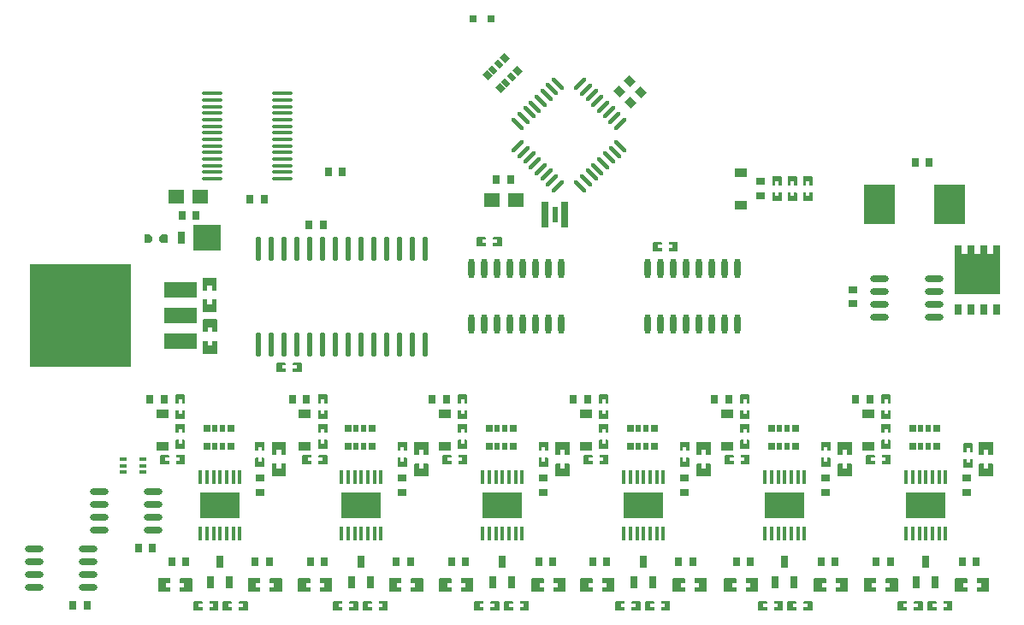
<source format=gtp>
G04 Layer: TopPasteMaskLayer*
G04 EasyEDA v6.5.22, 2023-02-21 10:28:47*
G04 bf72e243e8a245ba8743e2d89751b4a0,10*
G04 Gerber Generator version 0.2*
G04 Scale: 100 percent, Rotated: No, Reflected: No *
G04 Dimensions in inches *
G04 leading zeros omitted , absolute positions ,3 integer and 6 decimal *
%FSLAX36Y36*%
%MOIN*%

%AMMACRO1*1,1,$1,$2,$3*1,1,$1,$4,$5*20,1,$1,$2,$3,$4,$5,0*%
%AMMACRO2*21,1,$1,$2,0,0,$3*%
%ADD10R,0.0315X0.0354*%
%ADD11R,0.0354X0.0315*%
%ADD12R,0.0256X0.0315*%
%ADD13R,0.0197X0.0315*%
%ADD14R,0.0256X0.0984*%
%ADD15R,0.0197X0.0630*%
%ADD16R,0.1299X0.0595*%
%ADD17R,0.3945X0.3985*%
%ADD18O,0.07934999999999999X0.014331*%
%ADD19MACRO1,0.0177X-0.0167X0.0167X0.0167X-0.0167*%
%ADD20MACRO1,0.0177X-0.0167X-0.0167X0.0167X0.0167*%
%ADD21O,0.022597999999999997X0.094016*%
%ADD22O,0.023701X0.077598*%
%ADD23O,0.073425X0.024803000000000002*%
%ADD24R,0.0157X0.0551*%
%ADD25R,0.1575X0.1043*%
%ADD26MACRO2,0.0256X0.0315X-134.9984*%
%ADD27MACRO2,0.0256X0.0315X-135.0016*%
%ADD28MACRO2,0.0197X0.0315X-135.0000*%
%ADD29R,0.0307X0.0138*%
%ADD30R,0.0315X0.0315*%
%ADD31R,0.1051X0.1000*%
%ADD32R,0.0300X0.0500*%
%ADD33R,0.0276X0.0492*%
%ADD34R,0.0480X0.0358*%
%ADD35MACRO2,0.1193X0.1504X0.0000*%
%ADD36R,0.0591X0.0535*%
%ADD37MACRO2,0.0315X0.0354X45.0000*%
%ADD38C,0.0132*%

%LPD*%
G36*
X3668180Y-1025160D02*
G01*
X3668180Y-1214720D01*
X3841800Y-1214720D01*
X3841800Y-1025160D01*
X3818180Y-1025160D01*
X3818180Y-1057240D01*
X3791800Y-1057240D01*
X3791800Y-1025160D01*
X3768180Y-1025160D01*
X3768180Y-1057240D01*
X3741800Y-1057240D01*
X3741800Y-1025160D01*
X3718180Y-1025160D01*
X3718180Y-1057240D01*
X3691800Y-1057240D01*
X3691800Y-1025160D01*
G37*
G36*
X3818180Y-1255480D02*
G01*
X3818180Y-1294840D01*
X3841800Y-1294840D01*
X3841800Y-1255480D01*
G37*
G36*
X3768180Y-1255480D02*
G01*
X3768180Y-1294840D01*
X3791800Y-1294840D01*
X3791800Y-1255480D01*
G37*
G36*
X3718180Y-1255480D02*
G01*
X3718180Y-1294840D01*
X3741800Y-1294840D01*
X3741800Y-1255480D01*
G37*
G36*
X3668180Y-1255480D02*
G01*
X3668180Y-1294840D01*
X3691800Y-1294840D01*
X3691800Y-1255480D01*
G37*
G36*
X3118980Y-2321660D02*
G01*
X3117000Y-2323620D01*
X3117000Y-2374020D01*
X3118980Y-2375980D01*
X3164260Y-2375980D01*
X3166220Y-2374020D01*
X3166019Y-2357480D01*
X3148700Y-2357480D01*
X3148700Y-2339760D01*
X3166420Y-2339760D01*
X3166220Y-2323620D01*
X3164260Y-2321660D01*
G37*
G36*
X3203620Y-2321660D02*
G01*
X3201660Y-2323620D01*
X3201860Y-2339760D01*
X3219180Y-2339760D01*
X3219180Y-2357480D01*
X3201660Y-2357480D01*
X3201660Y-2374020D01*
X3203620Y-2375980D01*
X3248900Y-2375980D01*
X3250860Y-2374020D01*
X3250860Y-2323620D01*
X3248900Y-2321660D01*
G37*
G36*
X2768980Y-2321660D02*
G01*
X2767000Y-2323620D01*
X2767000Y-2374020D01*
X2768980Y-2375980D01*
X2814260Y-2375980D01*
X2816220Y-2374020D01*
X2816019Y-2357480D01*
X2798700Y-2357480D01*
X2798700Y-2339760D01*
X2816420Y-2339760D01*
X2816220Y-2323620D01*
X2814260Y-2321660D01*
G37*
G36*
X2853620Y-2321660D02*
G01*
X2851660Y-2323620D01*
X2851860Y-2339760D01*
X2869180Y-2339760D01*
X2869180Y-2357480D01*
X2851660Y-2357480D01*
X2851660Y-2374020D01*
X2853620Y-2375980D01*
X2898900Y-2375980D01*
X2900860Y-2374020D01*
X2900860Y-2323620D01*
X2898900Y-2321660D01*
G37*
G36*
X3313980Y-2321660D02*
G01*
X3312000Y-2323620D01*
X3312000Y-2374020D01*
X3313980Y-2375980D01*
X3359260Y-2375980D01*
X3361220Y-2374020D01*
X3361019Y-2357480D01*
X3343700Y-2357480D01*
X3343700Y-2339760D01*
X3361420Y-2339760D01*
X3361220Y-2323620D01*
X3359260Y-2321660D01*
G37*
G36*
X3398620Y-2321660D02*
G01*
X3396660Y-2323620D01*
X3396860Y-2339760D01*
X3414180Y-2339760D01*
X3414180Y-2357480D01*
X3396660Y-2357480D01*
X3396660Y-2374020D01*
X3398620Y-2375980D01*
X3443900Y-2375980D01*
X3445860Y-2374020D01*
X3445860Y-2323620D01*
X3443900Y-2321660D01*
G37*
G36*
X3668980Y-2321660D02*
G01*
X3667000Y-2323620D01*
X3667000Y-2374020D01*
X3668980Y-2375980D01*
X3714260Y-2375980D01*
X3716220Y-2374020D01*
X3716019Y-2357480D01*
X3698700Y-2357480D01*
X3698700Y-2339760D01*
X3716420Y-2339760D01*
X3716220Y-2323620D01*
X3714260Y-2321660D01*
G37*
G36*
X3753620Y-2321660D02*
G01*
X3751660Y-2323620D01*
X3751860Y-2339760D01*
X3769180Y-2339760D01*
X3769180Y-2357480D01*
X3751660Y-2357480D01*
X3751660Y-2374020D01*
X3753620Y-2375980D01*
X3798900Y-2375980D01*
X3800860Y-2374020D01*
X3800860Y-2323620D01*
X3798900Y-2321660D01*
G37*
G36*
X2568980Y-2321660D02*
G01*
X2567000Y-2323620D01*
X2567000Y-2374020D01*
X2568980Y-2375980D01*
X2614260Y-2375980D01*
X2616220Y-2374020D01*
X2616019Y-2357480D01*
X2598700Y-2357480D01*
X2598700Y-2339760D01*
X2616420Y-2339760D01*
X2616220Y-2323620D01*
X2614260Y-2321660D01*
G37*
G36*
X2653620Y-2321660D02*
G01*
X2651660Y-2323620D01*
X2651860Y-2339760D01*
X2669180Y-2339760D01*
X2669180Y-2357480D01*
X2651660Y-2357480D01*
X2651660Y-2374020D01*
X2653620Y-2375980D01*
X2698900Y-2375980D01*
X2700860Y-2374020D01*
X2700860Y-2323620D01*
X2698900Y-2321660D01*
G37*
G36*
X2208980Y-2321660D02*
G01*
X2207000Y-2323620D01*
X2207000Y-2374020D01*
X2208980Y-2375980D01*
X2254260Y-2375980D01*
X2256220Y-2374020D01*
X2256020Y-2357480D01*
X2238700Y-2357480D01*
X2238700Y-2339760D01*
X2256420Y-2339760D01*
X2256220Y-2323620D01*
X2254260Y-2321660D01*
G37*
G36*
X2293620Y-2321660D02*
G01*
X2291660Y-2323620D01*
X2291860Y-2339760D01*
X2309180Y-2339760D01*
X2309180Y-2357480D01*
X2291660Y-2357480D01*
X2291660Y-2374020D01*
X2293620Y-2375980D01*
X2338900Y-2375980D01*
X2340860Y-2374020D01*
X2340860Y-2323620D01*
X2338900Y-2321660D01*
G37*
G36*
X2018980Y-2321660D02*
G01*
X2017000Y-2323620D01*
X2017000Y-2374020D01*
X2018980Y-2375980D01*
X2064259Y-2375980D01*
X2066220Y-2374020D01*
X2066020Y-2357480D01*
X2048700Y-2357480D01*
X2048700Y-2339760D01*
X2066420Y-2339760D01*
X2066220Y-2323620D01*
X2064259Y-2321660D01*
G37*
G36*
X2103620Y-2321660D02*
G01*
X2101660Y-2323620D01*
X2101860Y-2339760D01*
X2119180Y-2339760D01*
X2119180Y-2357480D01*
X2101660Y-2357480D01*
X2101660Y-2374020D01*
X2103620Y-2375980D01*
X2148900Y-2375980D01*
X2150860Y-2374020D01*
X2150860Y-2323620D01*
X2148900Y-2321660D01*
G37*
G36*
X1658980Y-2321660D02*
G01*
X1657000Y-2323620D01*
X1657000Y-2374020D01*
X1658980Y-2375980D01*
X1704259Y-2375980D01*
X1706220Y-2374020D01*
X1706020Y-2357480D01*
X1688700Y-2357480D01*
X1688700Y-2339760D01*
X1706420Y-2339760D01*
X1706220Y-2323620D01*
X1704259Y-2321660D01*
G37*
G36*
X1743620Y-2321660D02*
G01*
X1741660Y-2323620D01*
X1741860Y-2339760D01*
X1759180Y-2339760D01*
X1759180Y-2357480D01*
X1741660Y-2357480D01*
X1741660Y-2374020D01*
X1743620Y-2375980D01*
X1788899Y-2375980D01*
X1790860Y-2374020D01*
X1790860Y-2323620D01*
X1788899Y-2321660D01*
G37*
G36*
X1463980Y-2321660D02*
G01*
X1462000Y-2323620D01*
X1462000Y-2374020D01*
X1463980Y-2375980D01*
X1509259Y-2375980D01*
X1511220Y-2374020D01*
X1511020Y-2357480D01*
X1493700Y-2357480D01*
X1493700Y-2339760D01*
X1511420Y-2339760D01*
X1511220Y-2323620D01*
X1509259Y-2321660D01*
G37*
G36*
X1548620Y-2321660D02*
G01*
X1546660Y-2323620D01*
X1546860Y-2339760D01*
X1564180Y-2339760D01*
X1564180Y-2357480D01*
X1546660Y-2357480D01*
X1546660Y-2374020D01*
X1548620Y-2375980D01*
X1593899Y-2375980D01*
X1595860Y-2374020D01*
X1595860Y-2323620D01*
X1593899Y-2321660D01*
G37*
G36*
X1108980Y-2321660D02*
G01*
X1107000Y-2323620D01*
X1107000Y-2374020D01*
X1108980Y-2375980D01*
X1154260Y-2375980D01*
X1156220Y-2374020D01*
X1156020Y-2357480D01*
X1138700Y-2357480D01*
X1138700Y-2339760D01*
X1156420Y-2339760D01*
X1156220Y-2323620D01*
X1154260Y-2321660D01*
G37*
G36*
X1193620Y-2321660D02*
G01*
X1191660Y-2323620D01*
X1191860Y-2339760D01*
X1209180Y-2339760D01*
X1209180Y-2357480D01*
X1191660Y-2357480D01*
X1191660Y-2374020D01*
X1193620Y-2375980D01*
X1238900Y-2375980D01*
X1240860Y-2374020D01*
X1240860Y-2323620D01*
X1238900Y-2321660D01*
G37*
G36*
X563980Y-2321660D02*
G01*
X562000Y-2323620D01*
X562000Y-2374020D01*
X563980Y-2375980D01*
X609260Y-2375980D01*
X611220Y-2374020D01*
X611020Y-2357480D01*
X593700Y-2357480D01*
X593700Y-2339760D01*
X611420Y-2339760D01*
X611220Y-2323620D01*
X609260Y-2321660D01*
G37*
G36*
X648620Y-2321660D02*
G01*
X646660Y-2323620D01*
X646860Y-2339760D01*
X664180Y-2339760D01*
X664180Y-2357480D01*
X646660Y-2357480D01*
X646660Y-2374020D01*
X648620Y-2375980D01*
X693900Y-2375980D01*
X695860Y-2374020D01*
X695860Y-2323620D01*
X693900Y-2321660D01*
G37*
G36*
X913980Y-2321660D02*
G01*
X912000Y-2323620D01*
X912000Y-2374020D01*
X913980Y-2375980D01*
X959260Y-2375980D01*
X961220Y-2374020D01*
X961020Y-2357480D01*
X943700Y-2357480D01*
X943700Y-2339760D01*
X961420Y-2339760D01*
X961220Y-2323620D01*
X959260Y-2321660D01*
G37*
G36*
X998620Y-2321660D02*
G01*
X996660Y-2323620D01*
X996860Y-2339760D01*
X1014180Y-2339760D01*
X1014180Y-2357480D01*
X996660Y-2357480D01*
X996660Y-2374020D01*
X998620Y-2375980D01*
X1043900Y-2375980D01*
X1045860Y-2374020D01*
X1045860Y-2323620D01*
X1043900Y-2321660D01*
G37*
G36*
X3148180Y-1852400D02*
G01*
X3146220Y-1854360D01*
X3146220Y-1885860D01*
X3148180Y-1887840D01*
X3179680Y-1887840D01*
X3181660Y-1885860D01*
X3181660Y-1854360D01*
X3179680Y-1852400D01*
X3170700Y-1852400D01*
X3170700Y-1866960D01*
X3157720Y-1866960D01*
X3157720Y-1852400D01*
G37*
G36*
X3148180Y-1789800D02*
G01*
X3146220Y-1791780D01*
X3146220Y-1822880D01*
X3148180Y-1824840D01*
X3157720Y-1824840D01*
X3157720Y-1809880D01*
X3170700Y-1809880D01*
X3170700Y-1824840D01*
X3179680Y-1824840D01*
X3181660Y-1822880D01*
X3181660Y-1791780D01*
X3179680Y-1789800D01*
G37*
G36*
X3703180Y-1857400D02*
G01*
X3701220Y-1859360D01*
X3701220Y-1890860D01*
X3703180Y-1892840D01*
X3734680Y-1892840D01*
X3736660Y-1890860D01*
X3736660Y-1859360D01*
X3734680Y-1857400D01*
X3725700Y-1857400D01*
X3725700Y-1871960D01*
X3712720Y-1871960D01*
X3712720Y-1857400D01*
G37*
G36*
X3703180Y-1794800D02*
G01*
X3701220Y-1796780D01*
X3701220Y-1827880D01*
X3703180Y-1829840D01*
X3712720Y-1829840D01*
X3712720Y-1814880D01*
X3725700Y-1814880D01*
X3725700Y-1829840D01*
X3734680Y-1829840D01*
X3736660Y-1827880D01*
X3736660Y-1796780D01*
X3734680Y-1794800D01*
G37*
G36*
X3624480Y-2411100D02*
G01*
X3622520Y-2413080D01*
X3622520Y-2422040D01*
X3637080Y-2422040D01*
X3637080Y-2435040D01*
X3622520Y-2435040D01*
X3622520Y-2444560D01*
X3624480Y-2446540D01*
X3655980Y-2446540D01*
X3657960Y-2444560D01*
X3657960Y-2413080D01*
X3655980Y-2411100D01*
G37*
G36*
X3561900Y-2411100D02*
G01*
X3559920Y-2413080D01*
X3559920Y-2444560D01*
X3561900Y-2446540D01*
X3593000Y-2446540D01*
X3594960Y-2444560D01*
X3594960Y-2435040D01*
X3580000Y-2435040D01*
X3580000Y-2422040D01*
X3594960Y-2422040D01*
X3594960Y-2413080D01*
X3593000Y-2411100D01*
G37*
G36*
X3446900Y-2411100D02*
G01*
X3444920Y-2413060D01*
X3444920Y-2444560D01*
X3446900Y-2446540D01*
X3478380Y-2446540D01*
X3480360Y-2444560D01*
X3480360Y-2435600D01*
X3465779Y-2435600D01*
X3465779Y-2422600D01*
X3480360Y-2422600D01*
X3480360Y-2413060D01*
X3478380Y-2411100D01*
G37*
G36*
X3509880Y-2411100D02*
G01*
X3507919Y-2413060D01*
X3507919Y-2422600D01*
X3522880Y-2422600D01*
X3522880Y-2435600D01*
X3507919Y-2435600D01*
X3507919Y-2444560D01*
X3509880Y-2446540D01*
X3540980Y-2446540D01*
X3542960Y-2444560D01*
X3542960Y-2413060D01*
X3540980Y-2411100D01*
G37*
G36*
X3079480Y-2411100D02*
G01*
X3077520Y-2413080D01*
X3077520Y-2422040D01*
X3092080Y-2422040D01*
X3092080Y-2435040D01*
X3077520Y-2435040D01*
X3077520Y-2444560D01*
X3079480Y-2446540D01*
X3110980Y-2446540D01*
X3112960Y-2444560D01*
X3112960Y-2413080D01*
X3110980Y-2411100D01*
G37*
G36*
X3016900Y-2411100D02*
G01*
X3014920Y-2413080D01*
X3014920Y-2444560D01*
X3016900Y-2446540D01*
X3048000Y-2446540D01*
X3049960Y-2444560D01*
X3049960Y-2435040D01*
X3035000Y-2435040D01*
X3035000Y-2422040D01*
X3049960Y-2422040D01*
X3049960Y-2413080D01*
X3048000Y-2411100D01*
G37*
G36*
X2901900Y-2411100D02*
G01*
X2899920Y-2413060D01*
X2899920Y-2444560D01*
X2901900Y-2446540D01*
X2933380Y-2446540D01*
X2935360Y-2444560D01*
X2935360Y-2435600D01*
X2920779Y-2435600D01*
X2920779Y-2422600D01*
X2935360Y-2422600D01*
X2935360Y-2413060D01*
X2933380Y-2411100D01*
G37*
G36*
X2964880Y-2411100D02*
G01*
X2962919Y-2413060D01*
X2962919Y-2422600D01*
X2977880Y-2422600D01*
X2977880Y-2435600D01*
X2962919Y-2435600D01*
X2962919Y-2444560D01*
X2964880Y-2446540D01*
X2995980Y-2446540D01*
X2997960Y-2444560D01*
X2997960Y-2413060D01*
X2995980Y-2411100D01*
G37*
G36*
X2598180Y-1852400D02*
G01*
X2596220Y-1854360D01*
X2596220Y-1885860D01*
X2598180Y-1887840D01*
X2629680Y-1887840D01*
X2631660Y-1885860D01*
X2631660Y-1854360D01*
X2629680Y-1852400D01*
X2620700Y-1852400D01*
X2620700Y-1866960D01*
X2607720Y-1866960D01*
X2607720Y-1852400D01*
G37*
G36*
X2598180Y-1789800D02*
G01*
X2596220Y-1791780D01*
X2596220Y-1822880D01*
X2598180Y-1824840D01*
X2607720Y-1824840D01*
X2607720Y-1809880D01*
X2620700Y-1809880D01*
X2620700Y-1824840D01*
X2629680Y-1824840D01*
X2631660Y-1822880D01*
X2631660Y-1791780D01*
X2629680Y-1789800D01*
G37*
G36*
X2048180Y-1852400D02*
G01*
X2046220Y-1854360D01*
X2046220Y-1885860D01*
X2048180Y-1887840D01*
X2079680Y-1887840D01*
X2081660Y-1885860D01*
X2081660Y-1854360D01*
X2079680Y-1852400D01*
X2070700Y-1852400D01*
X2070700Y-1866960D01*
X2057720Y-1866960D01*
X2057720Y-1852400D01*
G37*
G36*
X2048180Y-1789800D02*
G01*
X2046220Y-1791780D01*
X2046220Y-1822880D01*
X2048180Y-1824840D01*
X2057720Y-1824840D01*
X2057720Y-1809880D01*
X2070700Y-1809880D01*
X2070700Y-1824840D01*
X2079680Y-1824840D01*
X2081660Y-1822880D01*
X2081660Y-1791780D01*
X2079680Y-1789800D01*
G37*
G36*
X1498180Y-1852400D02*
G01*
X1496220Y-1854360D01*
X1496220Y-1885860D01*
X1498180Y-1887840D01*
X1529680Y-1887840D01*
X1531660Y-1885860D01*
X1531660Y-1854360D01*
X1529680Y-1852400D01*
X1520700Y-1852400D01*
X1520700Y-1866960D01*
X1507720Y-1866960D01*
X1507720Y-1852400D01*
G37*
G36*
X1498180Y-1789800D02*
G01*
X1496220Y-1791780D01*
X1496220Y-1822880D01*
X1498180Y-1824840D01*
X1507720Y-1824840D01*
X1507720Y-1809880D01*
X1520700Y-1809880D01*
X1520700Y-1824840D01*
X1529680Y-1824840D01*
X1531660Y-1822880D01*
X1531660Y-1791780D01*
X1529680Y-1789800D01*
G37*
G36*
X943180Y-1852400D02*
G01*
X941220Y-1854360D01*
X941220Y-1885860D01*
X943180Y-1887840D01*
X974680Y-1887840D01*
X976660Y-1885860D01*
X976660Y-1854360D01*
X974680Y-1852400D01*
X965699Y-1852400D01*
X965699Y-1866960D01*
X952720Y-1866960D01*
X952720Y-1852400D01*
G37*
G36*
X943180Y-1789800D02*
G01*
X941220Y-1791780D01*
X941220Y-1822880D01*
X943180Y-1824840D01*
X952720Y-1824840D01*
X952720Y-1809880D01*
X965699Y-1809880D01*
X965699Y-1824840D01*
X974680Y-1824840D01*
X976660Y-1822880D01*
X976660Y-1791780D01*
X974680Y-1789800D01*
G37*
G36*
X1089480Y-1481100D02*
G01*
X1087520Y-1483080D01*
X1087520Y-1492040D01*
X1102080Y-1492040D01*
X1102080Y-1505040D01*
X1087520Y-1505040D01*
X1087520Y-1514560D01*
X1089480Y-1516540D01*
X1120980Y-1516540D01*
X1122960Y-1514560D01*
X1122960Y-1483080D01*
X1120980Y-1481100D01*
G37*
G36*
X1026900Y-1481100D02*
G01*
X1024920Y-1483080D01*
X1024920Y-1514560D01*
X1026900Y-1516540D01*
X1058000Y-1516540D01*
X1059960Y-1514560D01*
X1059960Y-1505040D01*
X1045000Y-1505040D01*
X1045000Y-1492040D01*
X1059960Y-1492040D01*
X1059960Y-1483080D01*
X1058000Y-1481100D01*
G37*
G36*
X2346900Y-2411100D02*
G01*
X2344920Y-2413060D01*
X2344920Y-2444560D01*
X2346900Y-2446540D01*
X2378380Y-2446540D01*
X2380360Y-2444560D01*
X2380360Y-2435600D01*
X2365780Y-2435600D01*
X2365780Y-2422600D01*
X2380360Y-2422600D01*
X2380360Y-2413060D01*
X2378380Y-2411100D01*
G37*
G36*
X2409880Y-2411100D02*
G01*
X2407920Y-2413060D01*
X2407920Y-2422600D01*
X2422880Y-2422600D01*
X2422880Y-2435600D01*
X2407920Y-2435600D01*
X2407920Y-2444560D01*
X2409880Y-2446540D01*
X2440980Y-2446540D01*
X2442960Y-2444560D01*
X2442960Y-2413060D01*
X2440980Y-2411100D01*
G37*
G36*
X2524480Y-2411100D02*
G01*
X2522520Y-2413080D01*
X2522520Y-2422040D01*
X2537080Y-2422040D01*
X2537080Y-2435040D01*
X2522520Y-2435040D01*
X2522520Y-2444560D01*
X2524480Y-2446540D01*
X2555980Y-2446540D01*
X2557960Y-2444560D01*
X2557960Y-2413080D01*
X2555980Y-2411100D01*
G37*
G36*
X2461900Y-2411100D02*
G01*
X2459920Y-2413080D01*
X2459920Y-2444560D01*
X2461900Y-2446540D01*
X2493000Y-2446540D01*
X2494960Y-2444560D01*
X2494960Y-2435040D01*
X2480000Y-2435040D01*
X2480000Y-2422040D01*
X2494960Y-2422040D01*
X2494960Y-2413080D01*
X2493000Y-2411100D01*
G37*
G36*
X1796900Y-2411100D02*
G01*
X1794920Y-2413060D01*
X1794920Y-2444560D01*
X1796900Y-2446540D01*
X1828380Y-2446540D01*
X1830360Y-2444560D01*
X1830360Y-2435600D01*
X1815780Y-2435600D01*
X1815780Y-2422600D01*
X1830360Y-2422600D01*
X1830360Y-2413060D01*
X1828380Y-2411100D01*
G37*
G36*
X1859880Y-2411100D02*
G01*
X1857920Y-2413060D01*
X1857920Y-2422600D01*
X1872880Y-2422600D01*
X1872880Y-2435600D01*
X1857920Y-2435600D01*
X1857920Y-2444560D01*
X1859880Y-2446540D01*
X1890980Y-2446540D01*
X1892960Y-2444560D01*
X1892960Y-2413060D01*
X1890980Y-2411100D01*
G37*
G36*
X1974480Y-2411100D02*
G01*
X1972520Y-2413080D01*
X1972520Y-2422040D01*
X1987080Y-2422040D01*
X1987080Y-2435040D01*
X1972520Y-2435040D01*
X1972520Y-2444560D01*
X1974480Y-2446540D01*
X2005980Y-2446540D01*
X2007960Y-2444560D01*
X2007960Y-2413080D01*
X2005980Y-2411100D01*
G37*
G36*
X1911900Y-2411100D02*
G01*
X1909920Y-2413080D01*
X1909920Y-2444560D01*
X1911900Y-2446540D01*
X1943000Y-2446540D01*
X1944960Y-2444560D01*
X1944960Y-2435040D01*
X1930000Y-2435040D01*
X1930000Y-2422040D01*
X1944960Y-2422040D01*
X1944960Y-2413080D01*
X1943000Y-2411100D01*
G37*
G36*
X1246900Y-2411100D02*
G01*
X1244920Y-2413060D01*
X1244920Y-2444560D01*
X1246900Y-2446540D01*
X1278380Y-2446540D01*
X1280360Y-2444560D01*
X1280360Y-2435600D01*
X1265780Y-2435600D01*
X1265780Y-2422600D01*
X1280360Y-2422600D01*
X1280360Y-2413060D01*
X1278380Y-2411100D01*
G37*
G36*
X1309880Y-2411100D02*
G01*
X1307920Y-2413060D01*
X1307920Y-2422600D01*
X1322880Y-2422600D01*
X1322880Y-2435600D01*
X1307920Y-2435600D01*
X1307920Y-2444560D01*
X1309880Y-2446540D01*
X1340980Y-2446540D01*
X1342960Y-2444560D01*
X1342960Y-2413060D01*
X1340980Y-2411100D01*
G37*
G36*
X1424480Y-2411100D02*
G01*
X1422520Y-2413080D01*
X1422520Y-2422040D01*
X1437080Y-2422040D01*
X1437080Y-2435040D01*
X1422520Y-2435040D01*
X1422520Y-2444560D01*
X1424480Y-2446540D01*
X1455980Y-2446540D01*
X1457960Y-2444560D01*
X1457960Y-2413080D01*
X1455980Y-2411100D01*
G37*
G36*
X1361900Y-2411100D02*
G01*
X1359920Y-2413080D01*
X1359920Y-2444560D01*
X1361900Y-2446540D01*
X1393000Y-2446540D01*
X1394960Y-2444560D01*
X1394960Y-2435040D01*
X1380000Y-2435040D01*
X1380000Y-2422040D01*
X1394960Y-2422040D01*
X1394960Y-2413080D01*
X1393000Y-2411100D01*
G37*
G36*
X701880Y-2411100D02*
G01*
X699920Y-2413060D01*
X699920Y-2444560D01*
X701880Y-2446540D01*
X733379Y-2446540D01*
X735360Y-2444560D01*
X735360Y-2435600D01*
X720780Y-2435600D01*
X720780Y-2422600D01*
X735360Y-2422600D01*
X735360Y-2413060D01*
X733379Y-2411100D01*
G37*
G36*
X764880Y-2411100D02*
G01*
X762920Y-2413060D01*
X762920Y-2422600D01*
X777880Y-2422600D01*
X777880Y-2435600D01*
X762920Y-2435600D01*
X762920Y-2444560D01*
X764880Y-2446540D01*
X795980Y-2446540D01*
X797960Y-2444560D01*
X797960Y-2413060D01*
X795980Y-2411100D01*
G37*
G36*
X879479Y-2411100D02*
G01*
X877520Y-2413080D01*
X877520Y-2422040D01*
X892080Y-2422040D01*
X892080Y-2435040D01*
X877520Y-2435040D01*
X877520Y-2444560D01*
X879479Y-2446540D01*
X910980Y-2446540D01*
X912960Y-2444560D01*
X912960Y-2413080D01*
X910980Y-2411100D01*
G37*
G36*
X816900Y-2411100D02*
G01*
X814920Y-2413080D01*
X814920Y-2444560D01*
X816900Y-2446540D01*
X848000Y-2446540D01*
X849960Y-2444560D01*
X849960Y-2435040D01*
X835000Y-2435040D01*
X835000Y-2422040D01*
X849960Y-2422040D01*
X849960Y-2413080D01*
X848000Y-2411100D01*
G37*
G36*
X2554480Y-1011100D02*
G01*
X2552520Y-1013080D01*
X2552520Y-1022039D01*
X2567080Y-1022039D01*
X2567080Y-1035040D01*
X2552520Y-1035040D01*
X2552520Y-1044560D01*
X2554480Y-1046540D01*
X2585980Y-1046540D01*
X2587960Y-1044560D01*
X2587960Y-1013080D01*
X2585980Y-1011100D01*
G37*
G36*
X2491900Y-1011100D02*
G01*
X2489920Y-1013080D01*
X2489920Y-1044560D01*
X2491900Y-1046540D01*
X2523000Y-1046540D01*
X2524960Y-1044560D01*
X2524960Y-1035040D01*
X2510000Y-1035040D01*
X2510000Y-1022039D01*
X2524960Y-1022039D01*
X2524960Y-1013080D01*
X2523000Y-1011100D01*
G37*
G36*
X1869480Y-991100D02*
G01*
X1867520Y-993080D01*
X1867520Y-1002039D01*
X1882080Y-1002039D01*
X1882080Y-1015040D01*
X1867520Y-1015040D01*
X1867520Y-1024560D01*
X1869480Y-1026540D01*
X1900980Y-1026540D01*
X1902960Y-1024560D01*
X1902960Y-993080D01*
X1900980Y-991100D01*
G37*
G36*
X1806900Y-991100D02*
G01*
X1804920Y-993080D01*
X1804920Y-1024560D01*
X1806900Y-1026540D01*
X1838000Y-1026540D01*
X1839960Y-1024560D01*
X1839960Y-1015040D01*
X1825000Y-1015040D01*
X1825000Y-1002039D01*
X1839960Y-1002039D01*
X1839960Y-993080D01*
X1838000Y-991100D01*
G37*
G36*
X2221900Y-1841100D02*
G01*
X2219920Y-1843060D01*
X2219920Y-1874560D01*
X2221900Y-1876540D01*
X2253380Y-1876540D01*
X2255360Y-1874560D01*
X2255360Y-1865600D01*
X2240780Y-1865600D01*
X2240780Y-1852600D01*
X2255360Y-1852600D01*
X2255360Y-1843060D01*
X2253380Y-1841100D01*
G37*
G36*
X2284880Y-1841100D02*
G01*
X2282920Y-1843060D01*
X2282920Y-1852600D01*
X2297880Y-1852600D01*
X2297880Y-1865600D01*
X2282920Y-1865600D01*
X2282920Y-1874560D01*
X2284880Y-1876540D01*
X2315980Y-1876540D01*
X2317960Y-1874560D01*
X2317960Y-1843060D01*
X2315980Y-1841100D01*
G37*
G36*
X2283180Y-1782400D02*
G01*
X2281220Y-1784360D01*
X2281220Y-1815860D01*
X2283180Y-1817840D01*
X2314680Y-1817840D01*
X2316660Y-1815860D01*
X2316660Y-1784360D01*
X2314680Y-1782400D01*
X2305700Y-1782400D01*
X2305700Y-1796960D01*
X2292720Y-1796960D01*
X2292720Y-1782400D01*
G37*
G36*
X2283180Y-1719800D02*
G01*
X2281220Y-1721780D01*
X2281220Y-1752880D01*
X2283180Y-1754840D01*
X2292720Y-1754840D01*
X2292720Y-1739880D01*
X2305700Y-1739880D01*
X2305700Y-1754840D01*
X2314680Y-1754840D01*
X2316660Y-1752880D01*
X2316660Y-1721780D01*
X2314680Y-1719800D01*
G37*
G36*
X2283180Y-1667400D02*
G01*
X2281220Y-1669360D01*
X2281220Y-1700860D01*
X2283180Y-1702840D01*
X2314680Y-1702840D01*
X2316660Y-1700860D01*
X2316660Y-1669360D01*
X2314680Y-1667400D01*
X2305700Y-1667400D01*
X2305700Y-1681960D01*
X2292720Y-1681960D01*
X2292720Y-1667400D01*
G37*
G36*
X2283180Y-1604800D02*
G01*
X2281220Y-1606780D01*
X2281220Y-1637880D01*
X2283180Y-1639840D01*
X2292720Y-1639840D01*
X2292720Y-1624880D01*
X2305700Y-1624880D01*
X2305700Y-1639840D01*
X2314680Y-1639840D01*
X2316660Y-1637880D01*
X2316660Y-1606780D01*
X2314680Y-1604800D01*
G37*
G36*
X1671900Y-1841100D02*
G01*
X1669920Y-1843060D01*
X1669920Y-1874560D01*
X1671900Y-1876540D01*
X1703380Y-1876540D01*
X1705360Y-1874560D01*
X1705360Y-1865600D01*
X1690780Y-1865600D01*
X1690780Y-1852600D01*
X1705360Y-1852600D01*
X1705360Y-1843060D01*
X1703380Y-1841100D01*
G37*
G36*
X1734880Y-1841100D02*
G01*
X1732920Y-1843060D01*
X1732920Y-1852600D01*
X1747880Y-1852600D01*
X1747880Y-1865600D01*
X1732920Y-1865600D01*
X1732920Y-1874560D01*
X1734880Y-1876540D01*
X1765980Y-1876540D01*
X1767960Y-1874560D01*
X1767960Y-1843060D01*
X1765980Y-1841100D01*
G37*
G36*
X1733180Y-1782400D02*
G01*
X1731220Y-1784360D01*
X1731220Y-1815860D01*
X1733180Y-1817840D01*
X1764680Y-1817840D01*
X1766660Y-1815860D01*
X1766660Y-1784360D01*
X1764680Y-1782400D01*
X1755700Y-1782400D01*
X1755700Y-1796960D01*
X1742720Y-1796960D01*
X1742720Y-1782400D01*
G37*
G36*
X1733180Y-1719800D02*
G01*
X1731220Y-1721780D01*
X1731220Y-1752880D01*
X1733180Y-1754840D01*
X1742720Y-1754840D01*
X1742720Y-1739880D01*
X1755700Y-1739880D01*
X1755700Y-1754840D01*
X1764680Y-1754840D01*
X1766660Y-1752880D01*
X1766660Y-1721780D01*
X1764680Y-1719800D01*
G37*
G36*
X1733180Y-1667400D02*
G01*
X1731220Y-1669360D01*
X1731220Y-1700860D01*
X1733180Y-1702840D01*
X1764680Y-1702840D01*
X1766660Y-1700860D01*
X1766660Y-1669360D01*
X1764680Y-1667400D01*
X1755700Y-1667400D01*
X1755700Y-1681960D01*
X1742720Y-1681960D01*
X1742720Y-1667400D01*
G37*
G36*
X1733180Y-1604800D02*
G01*
X1731220Y-1606780D01*
X1731220Y-1637880D01*
X1733180Y-1639840D01*
X1742720Y-1639840D01*
X1742720Y-1624880D01*
X1755700Y-1624880D01*
X1755700Y-1639840D01*
X1764680Y-1639840D01*
X1766660Y-1637880D01*
X1766660Y-1606780D01*
X1764680Y-1604800D01*
G37*
G36*
X1126900Y-1841100D02*
G01*
X1124920Y-1843060D01*
X1124920Y-1874560D01*
X1126900Y-1876540D01*
X1158380Y-1876540D01*
X1160360Y-1874560D01*
X1160360Y-1865600D01*
X1145780Y-1865600D01*
X1145780Y-1852600D01*
X1160360Y-1852600D01*
X1160360Y-1843060D01*
X1158380Y-1841100D01*
G37*
G36*
X1189880Y-1841100D02*
G01*
X1187920Y-1843060D01*
X1187920Y-1852600D01*
X1202880Y-1852600D01*
X1202880Y-1865600D01*
X1187920Y-1865600D01*
X1187920Y-1874560D01*
X1189880Y-1876540D01*
X1220980Y-1876540D01*
X1222960Y-1874560D01*
X1222960Y-1843060D01*
X1220980Y-1841100D01*
G37*
G36*
X1188180Y-1782400D02*
G01*
X1186220Y-1784360D01*
X1186220Y-1815860D01*
X1188180Y-1817840D01*
X1219680Y-1817840D01*
X1221660Y-1815860D01*
X1221660Y-1784360D01*
X1219680Y-1782400D01*
X1210700Y-1782400D01*
X1210700Y-1796960D01*
X1197720Y-1796960D01*
X1197720Y-1782400D01*
G37*
G36*
X1188180Y-1719800D02*
G01*
X1186220Y-1721780D01*
X1186220Y-1752880D01*
X1188180Y-1754840D01*
X1197720Y-1754840D01*
X1197720Y-1739880D01*
X1210700Y-1739880D01*
X1210700Y-1754840D01*
X1219680Y-1754840D01*
X1221660Y-1752880D01*
X1221660Y-1721780D01*
X1219680Y-1719800D01*
G37*
G36*
X1188180Y-1667400D02*
G01*
X1186220Y-1669360D01*
X1186220Y-1700860D01*
X1188180Y-1702840D01*
X1219680Y-1702840D01*
X1221660Y-1700860D01*
X1221660Y-1669360D01*
X1219680Y-1667400D01*
X1210700Y-1667400D01*
X1210700Y-1681960D01*
X1197720Y-1681960D01*
X1197720Y-1667400D01*
G37*
G36*
X1188180Y-1604800D02*
G01*
X1186220Y-1606780D01*
X1186220Y-1637880D01*
X1188180Y-1639840D01*
X1197720Y-1639840D01*
X1197720Y-1624880D01*
X1210700Y-1624880D01*
X1210700Y-1639840D01*
X1219680Y-1639840D01*
X1221660Y-1637880D01*
X1221660Y-1606780D01*
X1219680Y-1604800D01*
G37*
G36*
X3321900Y-1841100D02*
G01*
X3319920Y-1843060D01*
X3319920Y-1874560D01*
X3321900Y-1876540D01*
X3353380Y-1876540D01*
X3355360Y-1874560D01*
X3355360Y-1865600D01*
X3340779Y-1865600D01*
X3340779Y-1852600D01*
X3355360Y-1852600D01*
X3355360Y-1843060D01*
X3353380Y-1841100D01*
G37*
G36*
X3384880Y-1841100D02*
G01*
X3382919Y-1843060D01*
X3382919Y-1852600D01*
X3397880Y-1852600D01*
X3397880Y-1865600D01*
X3382919Y-1865600D01*
X3382919Y-1874560D01*
X3384880Y-1876540D01*
X3415980Y-1876540D01*
X3417960Y-1874560D01*
X3417960Y-1843060D01*
X3415980Y-1841100D01*
G37*
G36*
X3383180Y-1782400D02*
G01*
X3381220Y-1784360D01*
X3381220Y-1815860D01*
X3383180Y-1817840D01*
X3414680Y-1817840D01*
X3416660Y-1815860D01*
X3416660Y-1784360D01*
X3414680Y-1782400D01*
X3405700Y-1782400D01*
X3405700Y-1796960D01*
X3392720Y-1796960D01*
X3392720Y-1782400D01*
G37*
G36*
X3383180Y-1719800D02*
G01*
X3381220Y-1721780D01*
X3381220Y-1752880D01*
X3383180Y-1754840D01*
X3392720Y-1754840D01*
X3392720Y-1739880D01*
X3405700Y-1739880D01*
X3405700Y-1754840D01*
X3414680Y-1754840D01*
X3416660Y-1752880D01*
X3416660Y-1721780D01*
X3414680Y-1719800D01*
G37*
G36*
X3383180Y-1667400D02*
G01*
X3381220Y-1669360D01*
X3381220Y-1700860D01*
X3383180Y-1702840D01*
X3414680Y-1702840D01*
X3416660Y-1700860D01*
X3416660Y-1669360D01*
X3414680Y-1667400D01*
X3405700Y-1667400D01*
X3405700Y-1681960D01*
X3392720Y-1681960D01*
X3392720Y-1667400D01*
G37*
G36*
X3383180Y-1604800D02*
G01*
X3381220Y-1606780D01*
X3381220Y-1637880D01*
X3383180Y-1639840D01*
X3392720Y-1639840D01*
X3392720Y-1624880D01*
X3405700Y-1624880D01*
X3405700Y-1639840D01*
X3414680Y-1639840D01*
X3416660Y-1637880D01*
X3416660Y-1606780D01*
X3414680Y-1604800D01*
G37*
G36*
X2833180Y-1667400D02*
G01*
X2831220Y-1669360D01*
X2831220Y-1700860D01*
X2833180Y-1702840D01*
X2864680Y-1702840D01*
X2866660Y-1700860D01*
X2866660Y-1669360D01*
X2864680Y-1667400D01*
X2855700Y-1667400D01*
X2855700Y-1681960D01*
X2842720Y-1681960D01*
X2842720Y-1667400D01*
G37*
G36*
X2833180Y-1604800D02*
G01*
X2831220Y-1606780D01*
X2831220Y-1637880D01*
X2833180Y-1639840D01*
X2842720Y-1639840D01*
X2842720Y-1624880D01*
X2855700Y-1624880D01*
X2855700Y-1639840D01*
X2864680Y-1639840D01*
X2866660Y-1637880D01*
X2866660Y-1606780D01*
X2864680Y-1604800D01*
G37*
G36*
X2833180Y-1782400D02*
G01*
X2831220Y-1784360D01*
X2831220Y-1815860D01*
X2833180Y-1817840D01*
X2864680Y-1817840D01*
X2866660Y-1815860D01*
X2866660Y-1784360D01*
X2864680Y-1782400D01*
X2855700Y-1782400D01*
X2855700Y-1796960D01*
X2842720Y-1796960D01*
X2842720Y-1782400D01*
G37*
G36*
X2833180Y-1719800D02*
G01*
X2831220Y-1721780D01*
X2831220Y-1752880D01*
X2833180Y-1754840D01*
X2842720Y-1754840D01*
X2842720Y-1739880D01*
X2855700Y-1739880D01*
X2855700Y-1754840D01*
X2864680Y-1754840D01*
X2866660Y-1752880D01*
X2866660Y-1721780D01*
X2864680Y-1719800D01*
G37*
G36*
X2771900Y-1841100D02*
G01*
X2769920Y-1843060D01*
X2769920Y-1874560D01*
X2771900Y-1876540D01*
X2803380Y-1876540D01*
X2805360Y-1874560D01*
X2805360Y-1865600D01*
X2790779Y-1865600D01*
X2790779Y-1852600D01*
X2805360Y-1852600D01*
X2805360Y-1843060D01*
X2803380Y-1841100D01*
G37*
G36*
X2834880Y-1841100D02*
G01*
X2832919Y-1843060D01*
X2832919Y-1852600D01*
X2847880Y-1852600D01*
X2847880Y-1865600D01*
X2832919Y-1865600D01*
X2832919Y-1874560D01*
X2834880Y-1876540D01*
X2865980Y-1876540D01*
X2867960Y-1874560D01*
X2867960Y-1843060D01*
X2865980Y-1841100D01*
G37*
G36*
X2958180Y-817400D02*
G01*
X2956220Y-819360D01*
X2956220Y-850860D01*
X2958180Y-852840D01*
X2989680Y-852840D01*
X2991660Y-850860D01*
X2991660Y-819360D01*
X2989680Y-817400D01*
X2980700Y-817400D01*
X2980700Y-831960D01*
X2967720Y-831960D01*
X2967720Y-817400D01*
G37*
G36*
X2958180Y-754800D02*
G01*
X2956220Y-756780D01*
X2956220Y-787880D01*
X2958180Y-789840D01*
X2967720Y-789840D01*
X2967720Y-774880D01*
X2980700Y-774880D01*
X2980700Y-789840D01*
X2989680Y-789840D01*
X2991660Y-787880D01*
X2991660Y-756780D01*
X2989680Y-754800D01*
G37*
G36*
X3018200Y-754800D02*
G01*
X3016220Y-756780D01*
X3016220Y-788259D01*
X3018200Y-790240D01*
X3027160Y-790240D01*
X3027160Y-775660D01*
X3040160Y-775660D01*
X3040160Y-790240D01*
X3049680Y-790240D01*
X3051660Y-788259D01*
X3051660Y-756780D01*
X3049680Y-754800D01*
G37*
G36*
X3018200Y-817800D02*
G01*
X3016220Y-819760D01*
X3016220Y-850860D01*
X3018200Y-852840D01*
X3049680Y-852840D01*
X3051660Y-850860D01*
X3051660Y-819760D01*
X3049680Y-817800D01*
X3040160Y-817800D01*
X3040160Y-832760D01*
X3027160Y-832760D01*
X3027160Y-817800D01*
G37*
G36*
X3078180Y-817400D02*
G01*
X3076220Y-819360D01*
X3076220Y-850860D01*
X3078180Y-852840D01*
X3109680Y-852840D01*
X3111660Y-850860D01*
X3111660Y-819360D01*
X3109680Y-817400D01*
X3100700Y-817400D01*
X3100700Y-831960D01*
X3087720Y-831960D01*
X3087720Y-817400D01*
G37*
G36*
X3078180Y-754800D02*
G01*
X3076220Y-756780D01*
X3076220Y-787880D01*
X3078180Y-789840D01*
X3087720Y-789840D01*
X3087720Y-774880D01*
X3100700Y-774880D01*
X3100700Y-789840D01*
X3109680Y-789840D01*
X3111660Y-787880D01*
X3111660Y-756780D01*
X3109680Y-754800D01*
G37*
G36*
X571880Y-1841100D02*
G01*
X569920Y-1843060D01*
X569920Y-1874560D01*
X571880Y-1876540D01*
X603380Y-1876540D01*
X605360Y-1874560D01*
X605360Y-1865600D01*
X590780Y-1865600D01*
X590780Y-1852600D01*
X605360Y-1852600D01*
X605360Y-1843060D01*
X603380Y-1841100D01*
G37*
G36*
X634880Y-1841100D02*
G01*
X632920Y-1843060D01*
X632920Y-1852600D01*
X647880Y-1852600D01*
X647880Y-1865600D01*
X632920Y-1865600D01*
X632920Y-1874560D01*
X634880Y-1876540D01*
X665980Y-1876540D01*
X667960Y-1874560D01*
X667960Y-1843060D01*
X665980Y-1841100D01*
G37*
G36*
X633180Y-1782400D02*
G01*
X631220Y-1784360D01*
X631220Y-1815860D01*
X633180Y-1817840D01*
X664680Y-1817840D01*
X666660Y-1815860D01*
X666660Y-1784360D01*
X664680Y-1782400D01*
X655699Y-1782400D01*
X655699Y-1796960D01*
X642720Y-1796960D01*
X642720Y-1782400D01*
G37*
G36*
X633180Y-1719800D02*
G01*
X631220Y-1721780D01*
X631220Y-1752880D01*
X633180Y-1754840D01*
X642720Y-1754840D01*
X642720Y-1739880D01*
X655699Y-1739880D01*
X655699Y-1754840D01*
X664680Y-1754840D01*
X666660Y-1752880D01*
X666660Y-1721780D01*
X664680Y-1719800D01*
G37*
G36*
X633180Y-1667400D02*
G01*
X631220Y-1669360D01*
X631220Y-1700860D01*
X633180Y-1702840D01*
X664680Y-1702840D01*
X666660Y-1700860D01*
X666660Y-1669360D01*
X664680Y-1667400D01*
X655699Y-1667400D01*
X655699Y-1681960D01*
X642720Y-1681960D01*
X642720Y-1667400D01*
G37*
G36*
X633180Y-1604800D02*
G01*
X631220Y-1606780D01*
X631220Y-1637880D01*
X633180Y-1639840D01*
X642720Y-1639840D01*
X642720Y-1624880D01*
X655699Y-1624880D01*
X655699Y-1639840D01*
X664680Y-1639840D01*
X666660Y-1637880D01*
X666660Y-1606780D01*
X664680Y-1604800D01*
G37*
G36*
X577140Y-981820D02*
G01*
X566340Y-993379D01*
X566340Y-1004260D01*
X577140Y-1015819D01*
X596940Y-1015819D01*
X599460Y-1013300D01*
X599460Y-984320D01*
X596940Y-981820D01*
G37*
G36*
X510920Y-981820D02*
G01*
X508400Y-984320D01*
X508400Y-1013300D01*
X510920Y-1015819D01*
X530740Y-1015819D01*
X541540Y-1004260D01*
X541540Y-993379D01*
X530740Y-981820D01*
G37*
G36*
X754100Y-1235360D02*
G01*
X737960Y-1235560D01*
X735980Y-1237520D01*
X735980Y-1282800D01*
X737960Y-1284760D01*
X788340Y-1284760D01*
X790320Y-1282800D01*
X790320Y-1237520D01*
X788340Y-1235560D01*
X771820Y-1235740D01*
X771820Y-1253060D01*
X754100Y-1253060D01*
G37*
G36*
X737960Y-1150900D02*
G01*
X735980Y-1152880D01*
X735980Y-1198140D01*
X737960Y-1200120D01*
X754100Y-1199920D01*
X754100Y-1182600D01*
X771820Y-1182600D01*
X771820Y-1200120D01*
X788340Y-1200120D01*
X790320Y-1198140D01*
X790320Y-1152880D01*
X788340Y-1150900D01*
G37*
G36*
X739520Y-1312880D02*
G01*
X737560Y-1314840D01*
X737560Y-1360120D01*
X739520Y-1362080D01*
X756060Y-1361879D01*
X756060Y-1344560D01*
X773780Y-1344560D01*
X773780Y-1362280D01*
X789920Y-1362080D01*
X791900Y-1360120D01*
X791900Y-1314840D01*
X789920Y-1312880D01*
G37*
G36*
X739520Y-1397520D02*
G01*
X737560Y-1399480D01*
X737560Y-1444760D01*
X739520Y-1446740D01*
X789920Y-1446740D01*
X791900Y-1444760D01*
X791900Y-1399480D01*
X789920Y-1397520D01*
X773780Y-1397720D01*
X773780Y-1415040D01*
X756060Y-1415040D01*
X756060Y-1397520D01*
G37*
G36*
X3229100Y-1875360D02*
G01*
X3212960Y-1875560D01*
X3210980Y-1877520D01*
X3210980Y-1922800D01*
X3212960Y-1924760D01*
X3263340Y-1924760D01*
X3265320Y-1922800D01*
X3265320Y-1877520D01*
X3263340Y-1875560D01*
X3246820Y-1875740D01*
X3246820Y-1893060D01*
X3229100Y-1893060D01*
G37*
G36*
X3212960Y-1790900D02*
G01*
X3210980Y-1792880D01*
X3210980Y-1838140D01*
X3212960Y-1840120D01*
X3229100Y-1839920D01*
X3229100Y-1822600D01*
X3246820Y-1822600D01*
X3246820Y-1840120D01*
X3263340Y-1840120D01*
X3265320Y-1838140D01*
X3265320Y-1792880D01*
X3263340Y-1790900D01*
G37*
G36*
X3779100Y-1875360D02*
G01*
X3762960Y-1875560D01*
X3760980Y-1877520D01*
X3760980Y-1922800D01*
X3762960Y-1924760D01*
X3813340Y-1924760D01*
X3815320Y-1922800D01*
X3815320Y-1877520D01*
X3813340Y-1875560D01*
X3796820Y-1875740D01*
X3796820Y-1893060D01*
X3779100Y-1893060D01*
G37*
G36*
X3762960Y-1790900D02*
G01*
X3760980Y-1792880D01*
X3760980Y-1838140D01*
X3762960Y-1840120D01*
X3779100Y-1839920D01*
X3779100Y-1822600D01*
X3796820Y-1822600D01*
X3796820Y-1840120D01*
X3813340Y-1840120D01*
X3815320Y-1838140D01*
X3815320Y-1792880D01*
X3813340Y-1790900D01*
G37*
G36*
X2679100Y-1875360D02*
G01*
X2662960Y-1875560D01*
X2660980Y-1877520D01*
X2660980Y-1922800D01*
X2662960Y-1924760D01*
X2713340Y-1924760D01*
X2715320Y-1922800D01*
X2715320Y-1877520D01*
X2713340Y-1875560D01*
X2696820Y-1875740D01*
X2696820Y-1893060D01*
X2679100Y-1893060D01*
G37*
G36*
X2662960Y-1790900D02*
G01*
X2660980Y-1792880D01*
X2660980Y-1838140D01*
X2662960Y-1840120D01*
X2679100Y-1839920D01*
X2679100Y-1822600D01*
X2696820Y-1822600D01*
X2696820Y-1840120D01*
X2713340Y-1840120D01*
X2715320Y-1838140D01*
X2715320Y-1792880D01*
X2713340Y-1790900D01*
G37*
G36*
X2129100Y-1875360D02*
G01*
X2112960Y-1875560D01*
X2110980Y-1877520D01*
X2110980Y-1922800D01*
X2112960Y-1924760D01*
X2163340Y-1924760D01*
X2165320Y-1922800D01*
X2165320Y-1877520D01*
X2163340Y-1875560D01*
X2146820Y-1875740D01*
X2146820Y-1893060D01*
X2129100Y-1893060D01*
G37*
G36*
X2112960Y-1790900D02*
G01*
X2110980Y-1792880D01*
X2110980Y-1838140D01*
X2112960Y-1840120D01*
X2129100Y-1839920D01*
X2129100Y-1822600D01*
X2146820Y-1822600D01*
X2146820Y-1840120D01*
X2163340Y-1840120D01*
X2165320Y-1838140D01*
X2165320Y-1792880D01*
X2163340Y-1790900D01*
G37*
G36*
X1579100Y-1875360D02*
G01*
X1562960Y-1875560D01*
X1560980Y-1877520D01*
X1560980Y-1922800D01*
X1562960Y-1924760D01*
X1613340Y-1924760D01*
X1615320Y-1922800D01*
X1615320Y-1877520D01*
X1613340Y-1875560D01*
X1596819Y-1875740D01*
X1596819Y-1893060D01*
X1579100Y-1893060D01*
G37*
G36*
X1562960Y-1790900D02*
G01*
X1560980Y-1792880D01*
X1560980Y-1838140D01*
X1562960Y-1840120D01*
X1579100Y-1839920D01*
X1579100Y-1822600D01*
X1596819Y-1822600D01*
X1596819Y-1840120D01*
X1613340Y-1840120D01*
X1615320Y-1838140D01*
X1615320Y-1792880D01*
X1613340Y-1790900D01*
G37*
G36*
X1024100Y-1875360D02*
G01*
X1007960Y-1875560D01*
X1005980Y-1877520D01*
X1005980Y-1922800D01*
X1007960Y-1924760D01*
X1058340Y-1924760D01*
X1060320Y-1922800D01*
X1060320Y-1877520D01*
X1058340Y-1875560D01*
X1041820Y-1875740D01*
X1041820Y-1893060D01*
X1024100Y-1893060D01*
G37*
G36*
X1007960Y-1790900D02*
G01*
X1005980Y-1792880D01*
X1005980Y-1838140D01*
X1007960Y-1840120D01*
X1024100Y-1839920D01*
X1024100Y-1822600D01*
X1041820Y-1822600D01*
X1041820Y-1840120D01*
X1058340Y-1840120D01*
X1060320Y-1838140D01*
X1060320Y-1792880D01*
X1058340Y-1790900D01*
G37*
D10*
G01*
X3512430Y-700000D03*
G01*
X3567550Y-700000D03*
D11*
G01*
X3713940Y-1931260D03*
G01*
X3713940Y-1986379D03*
G01*
X3163940Y-1931260D03*
G01*
X3163940Y-1986379D03*
D12*
G01*
X2401700Y-1809250D03*
G01*
X2401700Y-1738389D03*
D13*
G01*
X2433190Y-1809250D03*
G01*
X2433190Y-1738389D03*
G01*
X2464690Y-1809250D03*
G01*
X2464690Y-1738389D03*
D12*
G01*
X2496180Y-1809250D03*
G01*
X2496180Y-1738389D03*
G01*
X1851700Y-1809250D03*
G01*
X1851700Y-1738389D03*
D13*
G01*
X1883190Y-1809250D03*
G01*
X1883190Y-1738389D03*
G01*
X1914690Y-1809250D03*
G01*
X1914690Y-1738389D03*
D12*
G01*
X1946180Y-1809250D03*
G01*
X1946180Y-1738389D03*
G01*
X1301700Y-1809250D03*
G01*
X1301700Y-1738389D03*
D13*
G01*
X1333190Y-1809250D03*
G01*
X1333190Y-1738389D03*
G01*
X1364690Y-1809250D03*
G01*
X1364690Y-1738389D03*
D12*
G01*
X1396180Y-1809250D03*
G01*
X1396180Y-1738389D03*
G01*
X751700Y-1809250D03*
G01*
X751700Y-1738389D03*
D13*
G01*
X783190Y-1809250D03*
G01*
X783190Y-1738389D03*
G01*
X814690Y-1809250D03*
G01*
X814690Y-1738389D03*
D12*
G01*
X846180Y-1809250D03*
G01*
X846180Y-1738389D03*
G01*
X2951700Y-1809250D03*
G01*
X2951700Y-1738389D03*
D13*
G01*
X2983190Y-1809250D03*
G01*
X2983190Y-1738389D03*
G01*
X3014690Y-1809250D03*
G01*
X3014690Y-1738389D03*
D12*
G01*
X3046180Y-1809250D03*
G01*
X3046180Y-1738389D03*
D14*
G01*
X2071540Y-903820D03*
D15*
G01*
X2108940Y-903820D03*
D14*
G01*
X2146340Y-903820D03*
D16*
G01*
X648890Y-1298820D03*
G01*
X648890Y-1398820D03*
G01*
X648890Y-1198820D03*
D17*
G01*
X258980Y-1298820D03*
D18*
G01*
X1044970Y-765160D03*
G01*
X1044970Y-739569D03*
G01*
X1044970Y-713980D03*
G01*
X1044970Y-688389D03*
G01*
X1044970Y-662800D03*
G01*
X1044970Y-637210D03*
G01*
X1044970Y-611610D03*
G01*
X1044970Y-586019D03*
G01*
X1044970Y-560430D03*
G01*
X1044970Y-534839D03*
G01*
X1044970Y-509250D03*
G01*
X1044970Y-483659D03*
G01*
X1044970Y-458069D03*
G01*
X1044970Y-432480D03*
G01*
X772910Y-765160D03*
G01*
X772910Y-739569D03*
G01*
X772910Y-713980D03*
G01*
X772910Y-688389D03*
G01*
X772910Y-662800D03*
G01*
X772910Y-637210D03*
G01*
X772910Y-611610D03*
G01*
X772910Y-586019D03*
G01*
X772910Y-560430D03*
G01*
X772910Y-534839D03*
G01*
X772910Y-509250D03*
G01*
X772910Y-483659D03*
G01*
X772910Y-458069D03*
G01*
X772910Y-432480D03*
D19*
G01*
X1964009Y-549799D03*
G01*
X1986289Y-527520D03*
G01*
X2008560Y-505249D03*
G01*
X2030830Y-482980D03*
G01*
X2053099Y-460710D03*
G01*
X2075369Y-438439D03*
G01*
X2097640Y-416169D03*
G01*
X2119920Y-393889D03*
D20*
G01*
X2207609Y-394249D03*
G01*
X2229890Y-416519D03*
G01*
X2252159Y-438790D03*
G01*
X2274430Y-461059D03*
G01*
X2296700Y-483340D03*
G01*
X2318969Y-505600D03*
G01*
X2341239Y-527879D03*
G01*
X2363510Y-550150D03*
D19*
G01*
X2363870Y-637839D03*
G01*
X2341590Y-660119D03*
G01*
X2319319Y-682389D03*
G01*
X2297049Y-704660D03*
G01*
X2274780Y-726929D03*
G01*
X2252510Y-749199D03*
G01*
X2230239Y-771470D03*
G01*
X2207959Y-793750D03*
D20*
G01*
X2120270Y-793390D03*
G01*
X2098000Y-771119D03*
G01*
X2075720Y-748849D03*
G01*
X2053460Y-726580D03*
G01*
X2031179Y-704309D03*
G01*
X2008910Y-682039D03*
G01*
X1986640Y-659770D03*
G01*
X1964369Y-637490D03*
D21*
G01*
X1603940Y-1037049D03*
G01*
X1553940Y-1037049D03*
G01*
X1503940Y-1037049D03*
G01*
X1453940Y-1037049D03*
G01*
X1403940Y-1037049D03*
G01*
X1353940Y-1037049D03*
G01*
X1303940Y-1037049D03*
G01*
X1253940Y-1037049D03*
G01*
X1203940Y-1037049D03*
G01*
X1153940Y-1037049D03*
G01*
X1103940Y-1037049D03*
G01*
X1053940Y-1037049D03*
G01*
X1003940Y-1037049D03*
G01*
X953940Y-1037049D03*
G01*
X1603940Y-1410590D03*
G01*
X1553940Y-1410590D03*
G01*
X1503940Y-1410590D03*
G01*
X1453940Y-1410590D03*
G01*
X1403940Y-1410590D03*
G01*
X1353940Y-1410590D03*
G01*
X1303940Y-1410590D03*
G01*
X1253940Y-1410590D03*
G01*
X1203940Y-1410590D03*
G01*
X1153940Y-1410590D03*
G01*
X1103940Y-1410590D03*
G01*
X1053940Y-1410590D03*
G01*
X1003940Y-1410590D03*
G01*
X953940Y-1410590D03*
D22*
G01*
X2818940Y-1116120D03*
G01*
X2768940Y-1116120D03*
G01*
X2718940Y-1116120D03*
G01*
X2668940Y-1116120D03*
G01*
X2618940Y-1116120D03*
G01*
X2568940Y-1116120D03*
G01*
X2518940Y-1116120D03*
G01*
X2468940Y-1116120D03*
G01*
X2818940Y-1331520D03*
G01*
X2768940Y-1331520D03*
G01*
X2718940Y-1331520D03*
G01*
X2668940Y-1331520D03*
G01*
X2618940Y-1331520D03*
G01*
X2568940Y-1331520D03*
G01*
X2518940Y-1331520D03*
G01*
X2468940Y-1331520D03*
G01*
X2133940Y-1116120D03*
G01*
X2083940Y-1116120D03*
G01*
X2033940Y-1116120D03*
G01*
X1983940Y-1116120D03*
G01*
X1933940Y-1116120D03*
G01*
X1883940Y-1116120D03*
G01*
X1833940Y-1116120D03*
G01*
X1783940Y-1116120D03*
G01*
X2133940Y-1331520D03*
G01*
X2083940Y-1331520D03*
G01*
X2033940Y-1331520D03*
G01*
X1983940Y-1331520D03*
G01*
X1933940Y-1331520D03*
G01*
X1883940Y-1331520D03*
G01*
X1833940Y-1331520D03*
G01*
X1783940Y-1331520D03*
D23*
G01*
X3585600Y-1305000D03*
G01*
X3585600Y-1255000D03*
G01*
X3585600Y-1205000D03*
G01*
X3585600Y-1155000D03*
G01*
X3374380Y-1305000D03*
G01*
X3374380Y-1255000D03*
G01*
X3374380Y-1205000D03*
G01*
X3374380Y-1155000D03*
G01*
X333330Y-1983820D03*
G01*
X333330Y-2033820D03*
G01*
X333330Y-2083820D03*
G01*
X333330Y-2133820D03*
G01*
X544549Y-1983820D03*
G01*
X544549Y-2033820D03*
G01*
X544549Y-2083820D03*
G01*
X544549Y-2133820D03*
G01*
X78330Y-2208820D03*
G01*
X78330Y-2258820D03*
G01*
X78330Y-2308820D03*
G01*
X78330Y-2358820D03*
G01*
X289549Y-2208820D03*
G01*
X289549Y-2258820D03*
G01*
X289549Y-2308820D03*
G01*
X289549Y-2358820D03*
D24*
G01*
X3630709Y-1928580D03*
G01*
X3605119Y-1928580D03*
G01*
X3579530Y-1928580D03*
G01*
X3553940Y-1928580D03*
G01*
X3528350Y-1928580D03*
G01*
X3502759Y-1928580D03*
G01*
X3477169Y-1928580D03*
G01*
X3477169Y-2149059D03*
G01*
X3502759Y-2149059D03*
G01*
X3528350Y-2149059D03*
G01*
X3553940Y-2149059D03*
G01*
X3579530Y-2149059D03*
G01*
X3605119Y-2149059D03*
G01*
X3630709Y-2149059D03*
D25*
G01*
X3553940Y-2038820D03*
D24*
G01*
X3080709Y-1928580D03*
G01*
X3055119Y-1928580D03*
G01*
X3029530Y-1928580D03*
G01*
X3003940Y-1928580D03*
G01*
X2978350Y-1928580D03*
G01*
X2952759Y-1928580D03*
G01*
X2927169Y-1928580D03*
G01*
X2927169Y-2149059D03*
G01*
X2952759Y-2149059D03*
G01*
X2978350Y-2149059D03*
G01*
X3003940Y-2149059D03*
G01*
X3029530Y-2149059D03*
G01*
X3055119Y-2149059D03*
G01*
X3080709Y-2149059D03*
D25*
G01*
X3003940Y-2038820D03*
D24*
G01*
X2530709Y-1928580D03*
G01*
X2505119Y-1928580D03*
G01*
X2479530Y-1928580D03*
G01*
X2453940Y-1928580D03*
G01*
X2428350Y-1928580D03*
G01*
X2402759Y-1928580D03*
G01*
X2377169Y-1928580D03*
G01*
X2377169Y-2149059D03*
G01*
X2402759Y-2149059D03*
G01*
X2428350Y-2149059D03*
G01*
X2453940Y-2149059D03*
G01*
X2479530Y-2149059D03*
G01*
X2505119Y-2149059D03*
G01*
X2530709Y-2149059D03*
D25*
G01*
X2453940Y-2038820D03*
D24*
G01*
X1980709Y-1928580D03*
G01*
X1955119Y-1928580D03*
G01*
X1929530Y-1928580D03*
G01*
X1903940Y-1928580D03*
G01*
X1878350Y-1928580D03*
G01*
X1852759Y-1928580D03*
G01*
X1827169Y-1928580D03*
G01*
X1827169Y-2149059D03*
G01*
X1852759Y-2149059D03*
G01*
X1878350Y-2149059D03*
G01*
X1903940Y-2149059D03*
G01*
X1929530Y-2149059D03*
G01*
X1955119Y-2149059D03*
G01*
X1980709Y-2149059D03*
D25*
G01*
X1903940Y-2038820D03*
D24*
G01*
X1430709Y-1928580D03*
G01*
X1405119Y-1928580D03*
G01*
X1379530Y-1928580D03*
G01*
X1353940Y-1928580D03*
G01*
X1328350Y-1928580D03*
G01*
X1302759Y-1928580D03*
G01*
X1277169Y-1928580D03*
G01*
X1277169Y-2149059D03*
G01*
X1302759Y-2149059D03*
G01*
X1328350Y-2149059D03*
G01*
X1353940Y-2149059D03*
G01*
X1379530Y-2149059D03*
G01*
X1405119Y-2149059D03*
G01*
X1430709Y-2149059D03*
D25*
G01*
X1353940Y-2038820D03*
D24*
G01*
X880709Y-1928580D03*
G01*
X855119Y-1928580D03*
G01*
X829530Y-1928580D03*
G01*
X803940Y-1928580D03*
G01*
X778350Y-1928580D03*
G01*
X752759Y-1928580D03*
G01*
X727170Y-1928580D03*
G01*
X727170Y-2149059D03*
G01*
X752759Y-2149059D03*
G01*
X778350Y-2149059D03*
G01*
X803940Y-2149059D03*
G01*
X829530Y-2149059D03*
G01*
X855119Y-2149059D03*
G01*
X880709Y-2149059D03*
D25*
G01*
X803940Y-2038820D03*
D12*
G01*
X3501700Y-1809250D03*
G01*
X3501700Y-1738389D03*
D13*
G01*
X3533190Y-1809250D03*
G01*
X3533190Y-1738389D03*
G01*
X3564690Y-1809250D03*
G01*
X3564690Y-1738389D03*
D12*
G01*
X3596180Y-1809250D03*
G01*
X3596180Y-1738389D03*
D26*
G01*
X1895588Y-412275D03*
D27*
G01*
X1845480Y-362167D03*
D28*
G01*
X1917855Y-390009D03*
G01*
X1867746Y-339900D03*
G01*
X1940129Y-367735D03*
G01*
X1890020Y-317626D03*
D27*
G01*
X1962395Y-345468D03*
D26*
G01*
X1912287Y-295360D03*
D29*
G01*
X424960Y-1858229D03*
G01*
X424960Y-1883820D03*
G01*
X424960Y-1909409D03*
G01*
X502910Y-1909409D03*
G01*
X502910Y-1883820D03*
G01*
X502910Y-1858229D03*
D30*
G01*
X1858500Y-140000D03*
G01*
X1791499Y-140000D03*
D31*
G01*
X753479Y-993820D03*
D32*
G01*
X654400Y-993820D03*
D33*
G01*
X3516540Y-2338189D03*
G01*
X3591340Y-2338189D03*
G01*
X3553940Y-2259450D03*
G01*
X2966540Y-2338189D03*
G01*
X3041340Y-2338189D03*
G01*
X3003940Y-2259450D03*
G01*
X2416540Y-2338189D03*
G01*
X2491340Y-2338189D03*
G01*
X2453940Y-2259450D03*
G01*
X1866540Y-2338189D03*
G01*
X1941340Y-2338189D03*
G01*
X1903940Y-2259450D03*
G01*
X1316540Y-2338189D03*
G01*
X1391340Y-2338189D03*
G01*
X1353940Y-2259450D03*
G01*
X766540Y-2338189D03*
G01*
X841340Y-2338189D03*
G01*
X803940Y-2259450D03*
D34*
G01*
X2228940Y-1807820D03*
G01*
X2228940Y-1679819D03*
G01*
X1678940Y-1807820D03*
G01*
X1678940Y-1679819D03*
G01*
X1133940Y-1807820D03*
G01*
X1133940Y-1679819D03*
G01*
X3328940Y-1807820D03*
G01*
X3328940Y-1679819D03*
G01*
X2778940Y-1807820D03*
G01*
X2778940Y-1679819D03*
G01*
X2833940Y-867820D03*
G01*
X2833940Y-739819D03*
G01*
X578939Y-1807820D03*
G01*
X578939Y-1679819D03*
D35*
G01*
X3374753Y-864998D03*
G01*
X3645225Y-864998D03*
D36*
G01*
X631689Y-833820D03*
G01*
X726179Y-833820D03*
G01*
X1956180Y-848820D03*
G01*
X1861689Y-848820D03*
D10*
G01*
X2181379Y-1623820D03*
G01*
X2236499Y-1623820D03*
G01*
X1631379Y-1623820D03*
G01*
X1686499Y-1623820D03*
G01*
X1086379Y-1623820D03*
G01*
X1141499Y-1623820D03*
G01*
X3281379Y-1623820D03*
G01*
X3336499Y-1623820D03*
G01*
X2731379Y-1623820D03*
G01*
X2786499Y-1623820D03*
G01*
X711500Y-908820D03*
G01*
X656379Y-908820D03*
G01*
X1281499Y-738820D03*
G01*
X1226379Y-738820D03*
D37*
G01*
X2398425Y-384330D03*
G01*
X2359450Y-423305D03*
D10*
G01*
X3201499Y-2258820D03*
G01*
X3146379Y-2258820D03*
G01*
X2871499Y-2258820D03*
G01*
X2816379Y-2258820D03*
G01*
X3751499Y-2258820D03*
G01*
X3696379Y-2258820D03*
G01*
X3416499Y-2258820D03*
G01*
X3361379Y-2258820D03*
G01*
X2311499Y-2258820D03*
G01*
X2256379Y-2258820D03*
G01*
X2646499Y-2258820D03*
G01*
X2591379Y-2258820D03*
G01*
X1761499Y-2258820D03*
G01*
X1706379Y-2258820D03*
G01*
X2101499Y-2258820D03*
G01*
X2046379Y-2258820D03*
G01*
X1211499Y-2258820D03*
G01*
X1156379Y-2258820D03*
G01*
X1546499Y-2258820D03*
G01*
X1491379Y-2258820D03*
G01*
X671500Y-2258820D03*
G01*
X616379Y-2258820D03*
G01*
X996499Y-2258820D03*
G01*
X941379Y-2258820D03*
G01*
X531379Y-1623820D03*
G01*
X586500Y-1623820D03*
D11*
G01*
X3269989Y-1197440D03*
G01*
X3269989Y-1252559D03*
D10*
G01*
X286500Y-2428820D03*
G01*
X231379Y-2428820D03*
G01*
X541500Y-2203820D03*
G01*
X486379Y-2203820D03*
D11*
G01*
X2613940Y-1931260D03*
G01*
X2613940Y-1986379D03*
G01*
X2063940Y-1931260D03*
G01*
X2063940Y-1986379D03*
G01*
X1513940Y-1931260D03*
G01*
X1513940Y-1986379D03*
G01*
X958940Y-1931260D03*
G01*
X958940Y-1986379D03*
D10*
G01*
X1151379Y-943820D03*
G01*
X1206499Y-943820D03*
G01*
X976499Y-843820D03*
G01*
X921379Y-843820D03*
G01*
X1936499Y-768820D03*
G01*
X1881379Y-768820D03*
D37*
G01*
X2443425Y-429330D03*
G01*
X2404450Y-468305D03*
D11*
G01*
X2908940Y-831379D03*
G01*
X2908940Y-776260D03*
M02*

</source>
